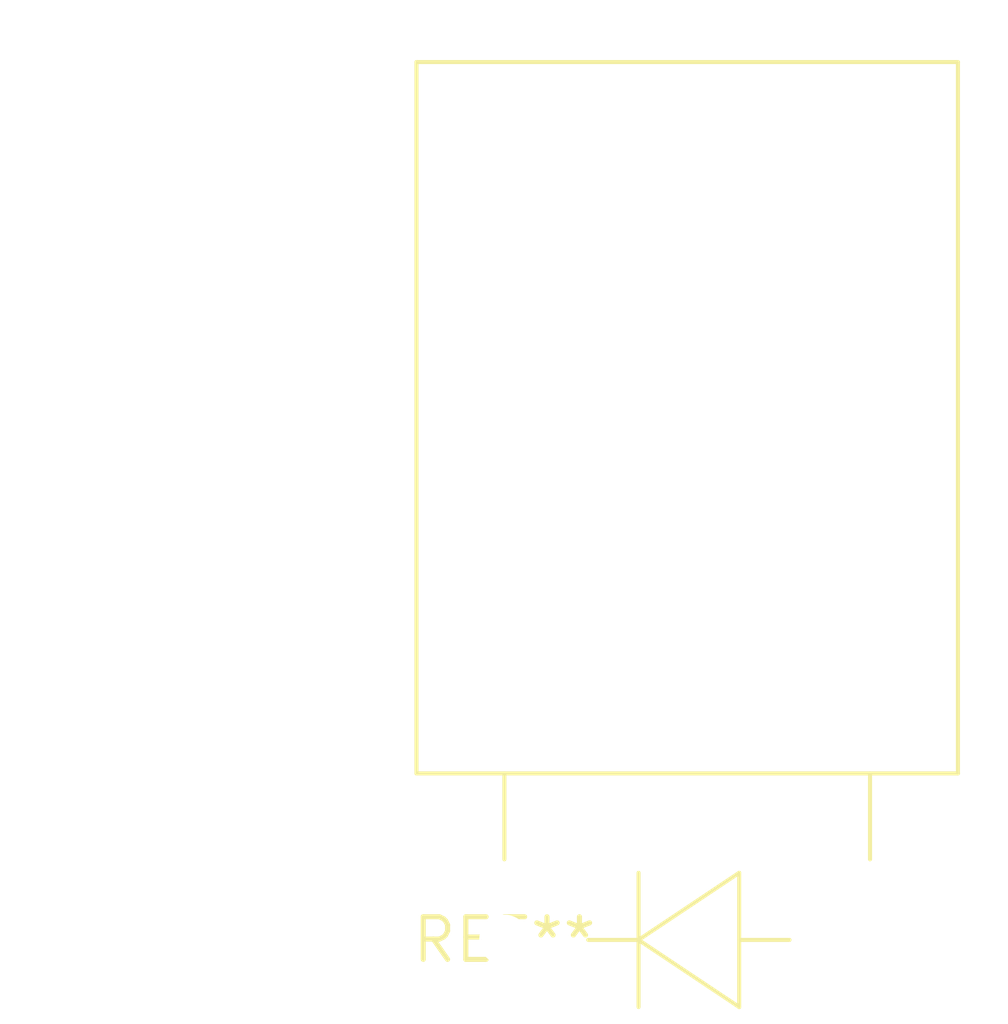
<source format=kicad_pcb>
(kicad_pcb (version 20240108) (generator pcbnew)
  (layers (0 "F.Cu" signal) (31 "B.Cu" signal) (34 "B.Paste" user) (35 "F.Paste" user) (36 "B.SilkS" user "B.Silkscreen") (37 "F.SilkS" user "F.Silkscreen") (38 "B.Mask" user) (39 "F.Mask" user) (44 "Edge.Cuts" user))
  (net 0 "")
  (footprint "D_DO-247_Horizontal_TabDown" (layer "F.Cu") (at 0 0)
    (property "Reference" "REF**")
    (property "Value" "D_DO-247_Horizontal_TabDown")
    (fp_line (start -2.62 -26.15) (end -2.62 -4.96) (layer "F.SilkS") (stroke (width 0.12)))
    (fp_line (start -2.62 -26.15) (end 13.52 -26.15) (layer "F.SilkS") (stroke (width 0.12)))
    (fp_line (start -2.62 -4.96) (end 13.52 -4.96) (layer "F.SilkS") (stroke (width 0.12)))
    (fp_line (start 0 -4.96) (end 0 -2.4) (layer "F.SilkS") (stroke (width 0.12)))
    (fp_line (start 4 -2) (end 4 2) (layer "F.SilkS") (stroke (width 0.12)))
    (fp_line (start 4 0) (end 2.5 0) (layer "F.SilkS") (stroke (width 0.12)))
    (fp_line (start 4 0) (end 7 -2) (layer "F.SilkS") (stroke (width 0.12)))
    (fp_line (start 7 -2) (end 7 2) (layer "F.SilkS") (stroke (width 0.12)))
    (fp_line (start 7 0) (end 8.5 0) (layer "F.SilkS") (stroke (width 0.12)))
    (fp_line (start 7 2) (end 4 0) (layer "F.SilkS") (stroke (width 0.12)))
    (fp_line (start 10.9 -4.96) (end 10.9 -2.4) (layer "F.SilkS") (stroke (width 0.12)))
    (fp_line (start 13.52 -26.15) (end 13.52 -4.96) (layer "F.SilkS") (stroke (width 0.12)))
    (pad "" np_thru_hole oval (at 5.45 -19.86) (size 3.6 3.6) (drill 3.6) (layers *.Cu *.Mask))
    (pad "1" thru_hole rect (at 0 0) (size 2.5 4.5) (drill 1.5) (layers *.Cu *.Mask) (remove_unused_layers))
    (pad "2" thru_hole oval (at 10.9 0) (size 2.5 4.5) (drill 1.5) (layers *.Cu *.Mask) (remove_unused_layers))
  )
)
</source>
